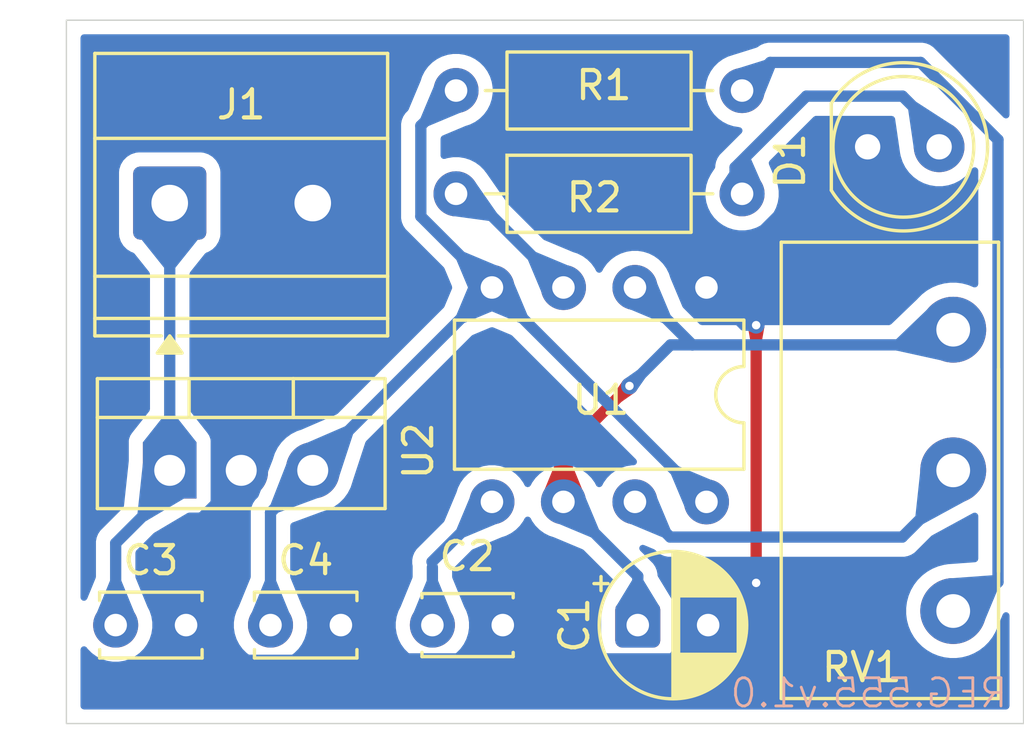
<source format=kicad_pcb>
(kicad_pcb (version 20241229) (generator "pcbnew") (generator_version "9.0")
  (title_block (title "555-Regulator-Timer") (date "12/27/2025") (company "Giovanna Lima Barrada") (comment 1 "@giovannabarrada"))
  (layers (0 "F.Cu" signal) (2 "B.Cu" signal) (13 "F.Paste" user) (15 "B.Paste" user) (5 "F.SilkS" user "F.Silkscreen") (7 "B.SilkS" user "B.Silkscreen") (1 "F.Mask" user) (3 "B.Mask" user) (25 "Edge.Cuts" user))
  (net 0 "")
  (net 1 "Net-(U1-CV)")
  (net 2 "GND")
  (net 3 "Net-(U1-THR)")
  (net 4 "+12V")
  (net 5 "+5V")
  (net 6 "Net-(D1-A)")
  (net 7 "Net-(R1-Pad1)")
  (net 8 "Net-(U1-Q)")
  (net 9 "Net-(U1-DIS)")
  (footprint "LED_THT:LED_D5.0mm" (layer "F.Cu") (at 164.46 95.5)
    (property "Reference" "D1" (at -2.75 0.5 90) (layer "F.SilkS"))
    (property "Value" "LED")
    (fp_line (start -1.29 -1.545) (end -1.29 1.545) (stroke (width 0.12)) (layer "F.SilkS"))
    (fp_arc (start -1.29 -1.54483) (mid 2.071779 -2.880495) (end 4.26 0) (stroke (width 0.12)) (layer "F.SilkS"))
    (fp_arc (start 4.26 0) (mid 2.071779 2.880495) (end -1.29 1.54483) (stroke (width 0.12)) (layer "F.SilkS"))
    (fp_circle (center 1.27 0) (end 3.77 0) (stroke (width 0.12)) (fill no) (layer "F.SilkS"))
    (pad "1" thru_hole rect (at 0 0) (size 1.8 1.8) (drill 0.9) (layers "*.Cu" "*.Mask") (net 2 "GND"))
    (pad "2" thru_hole circle (at 2.54 0) (size 1.8 1.8) (drill 0.9) (layers "*.Cu" "*.Mask") (net 6 "Net-(D1-A)"))
  )
  (footprint "Capacitor_THT:C_Disc_D3.0mm_W2.0mm_P2.50mm" (layer "F.Cu") (at 149 112.5)
    (property "Reference" "C2" (at 1.235 -2.445 0) (layer "F.SilkS"))
    (property "Value" "0.01uF")
    (fp_line (start -0.37 -1.12) (end 2.87 -1.12) (stroke (width 0.12)) (layer "F.SilkS"))
    (fp_line (start -0.37 -0.972) (end -0.37 -1.12) (stroke (width 0.12)) (layer "F.SilkS"))
    (fp_line (start -0.37 1.12) (end -0.37 0.972) (stroke (width 0.12)) (layer "F.SilkS"))
    (fp_line (start 2.87 -1.12) (end 2.87 -0.972) (stroke (width 0.12)) (layer "F.SilkS"))
    (fp_line (start 2.87 0.972) (end 2.87 1.12) (stroke (width 0.12)) (layer "F.SilkS"))
    (fp_line (start 2.87 1.12) (end -0.37 1.12) (stroke (width 0.12)) (layer "F.SilkS"))
    (pad "1" thru_hole circle (at 0 0) (size 1.6 1.6) (drill 0.8) (layers "*.Cu" "*.Mask") (net 1 "Net-(U1-CV)"))
    (pad "2" thru_hole circle (at 2.5 0) (size 1.6 1.6) (drill 0.8) (layers "*.Cu" "*.Mask") (net 2 "GND"))
  )
  (footprint "Package_DIP:DIP-8_W7.62mm" (layer "F.Cu") (at 158.735 100.5 -90)
    (property "Reference" "U1" (at 4 3.75 180) (layer "F.SilkS"))
    (property "Value" "NE555P")
    (fp_line (start 1.16 8.95) (end 6.46 8.95) (stroke (width 0.12)) (layer "F.SilkS"))
    (fp_line (start 6.46 8.95) (end 6.46 -1.33) (stroke (width 0.12)) (layer "F.SilkS"))
    (fp_line (start 1.16 -1.33) (end 1.16 8.95) (stroke (width 0.12)) (layer "F.SilkS"))
    (fp_line (start 2.81 -1.33) (end 1.16 -1.33) (stroke (width 0.12)) (layer "F.SilkS"))
    (fp_line (start 6.46 -1.33) (end 4.81 -1.33) (stroke (width 0.12)) (layer "F.SilkS"))
    (fp_arc (start 4.81 -1.33) (mid 3.81 -0.33) (end 2.81 -1.33) (stroke (width 0.12)) (layer "F.SilkS"))
    (pad "1" thru_hole roundrect (at 0 0 270) (size 1.6 1.6) (drill 0.8) (layers "*.Cu" "*.Mask") (roundrect_rratio 0.15625) (net 2 "GND"))
    (pad "2" thru_hole circle (at 0 2.54 270) (size 1.6 1.6) (drill 0.8) (layers "*.Cu" "*.Mask") (net 3 "Net-(U1-THR)"))
    (pad "3" thru_hole circle (at 0 5.08 270) (size 1.6 1.6) (drill 0.8) (layers "*.Cu" "*.Mask") (net 8 "Net-(U1-Q)"))
    (pad "4" thru_hole circle (at 0 7.62 270) (size 1.6 1.6) (drill 0.8) (layers "*.Cu" "*.Mask") (net 5 "+5V"))
    (pad "5" thru_hole circle (at 7.62 7.62 270) (size 1.6 1.6) (drill 0.8) (layers "*.Cu" "*.Mask") (net 1 "Net-(U1-CV)"))
    (pad "6" thru_hole circle (at 7.62 5.08 270) (size 1.6 1.6) (drill 0.8) (layers "*.Cu" "*.Mask") (net 3 "Net-(U1-THR)"))
    (pad "7" thru_hole circle (at 7.62 2.54 270) (size 1.6 1.6) (drill 0.8) (layers "*.Cu" "*.Mask") (net 9 "Net-(U1-DIS)"))
    (pad "8" thru_hole circle (at 7.62 0 270) (size 1.6 1.6) (drill 0.8) (layers "*.Cu" "*.Mask") (net 5 "+5V"))
  )
  (footprint "Library:potentiometer" (layer "F.Cu") (at 167.5 112)
    (property "Reference" "RV1" (at -3.25 2 0) (layer "F.SilkS"))
    (property "Value" "10kΩ")
    (fp_line (start -6.11 -13.11) (end 1.61 -13.11) (stroke (width 0.12)) (layer "F.SilkS"))
    (fp_line (start -6.11 3.11) (end -6.11 -13.11) (stroke (width 0.12)) (layer "F.SilkS"))
    (fp_line (start 1.61 -13.11) (end 1.61 3.11) (stroke (width 0.12)) (layer "F.SilkS"))
    (fp_line (start 1.61 -1.39) (end 1.61 -8.61) (stroke (width 0.12)) (layer "F.SilkS"))
    (fp_line (start 1.61 3.11) (end -6.11 3.11) (stroke (width 0.12)) (layer "F.SilkS"))
    (pad "1" thru_hole circle (at 0 0) (size 2.34 2.34) (drill 1.2) (layers "*.Cu" "*.Mask") (net 7 "Net-(R1-Pad1)"))
    (pad "2" thru_hole circle (at 0 -5) (size 2.34 2.34) (drill 1.2) (layers "*.Cu" "*.Mask") (net 9 "Net-(U1-DIS)"))
    (pad "3" thru_hole circle (at 0 -10) (size 2.34 2.34) (drill 1.2) (layers "*.Cu" "*.Mask") (net 3 "Net-(U1-THR)"))
  )
  (footprint "TerminalBlock_Phoenix:TerminalBlock_Phoenix_MKDS-1,5-2-5.08_1x02_P5.08mm_Horizontal" (layer "F.Cu") (at 139.67 97.5)
    (property "Reference" "J1" (at 2.54 -3.5 0) (layer "F.SilkS"))
    (property "Value" "Screw_Terminal_01x02")
    (fp_line (start -2.66 -5.32) (end 7.74 -5.32) (stroke (width 0.12)) (layer "F.SilkS"))
    (fp_line (start -2.66 -2.3) (end 7.74 -2.3) (stroke (width 0.12)) (layer "F.SilkS"))
    (fp_line (start -2.66 2.6) (end 7.74 2.6) (stroke (width 0.12)) (layer "F.SilkS"))
    (fp_line (start -2.66 4.1) (end 7.74 4.1) (stroke (width 0.12)) (layer "F.SilkS"))
    (fp_line (start -2.66 4.72) (end -2.66 -5.32) (stroke (width 0.12)) (layer "F.SilkS"))
    (fp_line (start -0.3 4.72) (end -2.66 4.72) (stroke (width 0.12)) (layer "F.SilkS"))
    (fp_line (start 7.74 -5.32) (end 7.74 4.72) (stroke (width 0.12)) (layer "F.SilkS"))
    (fp_line (start 7.74 4.72) (end 0.3 4.72) (stroke (width 0.12)) (layer "F.SilkS"))
    (fp_poly (pts (xy 0 4.72) (xy 0.44 5.33) (xy -0.44 5.33)) (stroke (width 0.12)) (fill yes) (layer "F.SilkS"))
    (pad "1" thru_hole roundrect (at 0 0) (size 2.6 2.6) (drill 1.3) (layers "*.Cu" "*.Mask") (roundrect_rratio 0.096154) (net 4 "+12V"))
    (pad "2" thru_hole circle (at 5.08 0) (size 2.6 2.6) (drill 1.3) (layers "*.Cu" "*.Mask") (net 2 "GND"))
  )
  (footprint "Capacitor_THT:CP_Radial_D5.0mm_P2.50mm" (layer "F.Cu") (at 156.294888 112.5)
    (property "Reference" "C1" (at -2.25 0 90) (layer "F.SilkS"))
    (property "Value" "100uF")
    (fp_line (start -1.554775 -1.475) (end -1.054775 -1.475) (stroke (width 0.12)) (layer "F.SilkS"))
    (fp_line (start -1.304775 -1.725) (end -1.304775 -1.225) (stroke (width 0.12)) (layer "F.SilkS"))
    (fp_line (start 1.25 -2.58) (end 1.25 2.58) (stroke (width 0.12)) (layer "F.SilkS"))
    (fp_line (start 1.29 -2.58) (end 1.29 2.58) (stroke (width 0.12)) (layer "F.SilkS"))
    (fp_line (start 1.33 -2.579) (end 1.33 2.579) (stroke (width 0.12)) (layer "F.SilkS"))
    (fp_line (start 1.37 -2.577) (end 1.37 2.577) (stroke (width 0.12)) (layer "F.SilkS"))
    (fp_line (start 1.41 -2.575) (end 1.41 2.575) (stroke (width 0.12)) (layer "F.SilkS"))
    (fp_line (start 1.45 -2.572) (end 1.45 2.572) (stroke (width 0.12)) (layer "F.SilkS"))
    (fp_line (start 1.49 -2.569) (end 1.49 -1.04) (stroke (width 0.12)) (layer "F.SilkS"))
    (fp_line (start 1.49 1.04) (end 1.49 2.569) (stroke (width 0.12)) (layer "F.SilkS"))
    (fp_line (start 1.53 -2.565) (end 1.53 -1.04) (stroke (width 0.12)) (layer "F.SilkS"))
    (fp_line (start 1.53 1.04) (end 1.53 2.565) (stroke (width 0.12)) (layer "F.SilkS"))
    (fp_line (start 1.57 -2.56) (end 1.57 -1.04) (stroke (width 0.12)) (layer "F.SilkS"))
    (fp_line (start 1.57 1.04) (end 1.57 2.56) (stroke (width 0.12)) (layer "F.SilkS"))
    (fp_line (start 1.61 -2.555) (end 1.61 -1.04) (stroke (width 0.12)) (layer "F.SilkS"))
    (fp_line (start 1.61 1.04) (end 1.61 2.555) (stroke (width 0.12)) (layer "F.SilkS"))
    (fp_line (start 1.65 -2.549) (end 1.65 -1.04) (stroke (width 0.12)) (layer "F.SilkS"))
    (fp_line (start 1.65 1.04) (end 1.65 2.549) (stroke (width 0.12)) (layer "F.SilkS"))
    (fp_line (start 1.69 -2.543) (end 1.69 -1.04) (stroke (width 0.12)) (layer "F.SilkS"))
    (fp_line (start 1.69 1.04) (end 1.69 2.543) (stroke (width 0.12)) (layer "F.SilkS"))
    (fp_line (start 1.73 -2.536) (end 1.73 -1.04) (stroke (width 0.12)) (layer "F.SilkS"))
    (fp_line (start 1.73 1.04) (end 1.73 2.536) (stroke (width 0.12)) (layer "F.SilkS"))
    (fp_line (start 1.77 -2.528) (end 1.77 -1.04) (stroke (width 0.12)) (layer "F.SilkS"))
    (fp_line (start 1.77 1.04) (end 1.77 2.528) (stroke (width 0.12)) (layer "F.SilkS"))
    (fp_line (start 1.81 -2.519) (end 1.81 -1.04) (stroke (width 0.12)) (layer "F.SilkS"))
    (fp_line (start 1.81 1.04) (end 1.81 2.519) (stroke (width 0.12)) (layer "F.SilkS"))
    (fp_line (start 1.85 -2.51) (end 1.85 -1.04) (stroke (width 0.12)) (layer "F.SilkS"))
    (fp_line (start 1.85 1.04) (end 1.85 2.51) (stroke (width 0.12)) (layer "F.SilkS"))
    (fp_line (start 1.89 -2.501) (end 1.89 -1.04) (stroke (width 0.12)) (layer "F.SilkS"))
    (fp_line (start 1.89 1.04) (end 1.89 2.501) (stroke (width 0.12)) (layer "F.SilkS"))
    (fp_line (start 1.93 -2.49) (end 1.93 -1.04) (stroke (width 0.12)) (layer "F.SilkS"))
    (fp_line (start 1.93 1.04) (end 1.93 2.49) (stroke (width 0.12)) (layer "F.SilkS"))
    (fp_line (start 1.97 -2.479) (end 1.97 -1.04) (stroke (width 0.12)) (layer "F.SilkS"))
    (fp_line (start 1.97 1.04) (end 1.97 2.479) (stroke (width 0.12)) (layer "F.SilkS"))
    (fp_line (start 2.01 -2.467) (end 2.01 -1.04) (stroke (width 0.12)) (layer "F.SilkS"))
    (fp_line (start 2.01 1.04) (end 2.01 2.467) (stroke (width 0.12)) (layer "F.SilkS"))
    (fp_line (start 2.05 -2.455) (end 2.05 -1.04) (stroke (width 0.12)) (layer "F.SilkS"))
    (fp_line (start 2.05 1.04) (end 2.05 2.455) (stroke (width 0.12)) (layer "F.SilkS"))
    (fp_line (start 2.09 -2.442) (end 2.09 -1.04) (stroke (width 0.12)) (layer "F.SilkS"))
    (fp_line (start 2.09 1.04) (end 2.09 2.442) (stroke (width 0.12)) (layer "F.SilkS"))
    (fp_line (start 2.13 -2.428) (end 2.13 -1.04) (stroke (width 0.12)) (layer "F.SilkS"))
    (fp_line (start 2.13 1.04) (end 2.13 2.428) (stroke (width 0.12)) (layer "F.SilkS"))
    (fp_line (start 2.17 -2.413) (end 2.17 -1.04) (stroke (width 0.12)) (layer "F.SilkS"))
    (fp_line (start 2.17 1.04) (end 2.17 2.413) (stroke (width 0.12)) (layer "F.SilkS"))
    (fp_line (start 2.21 -2.398) (end 2.21 -1.04) (stroke (width 0.12)) (layer "F.SilkS"))
    (fp_line (start 2.21 1.04) (end 2.21 2.398) (stroke (width 0.12)) (layer "F.SilkS"))
    (fp_line (start 2.25 -2.382) (end 2.25 -1.04) (stroke (width 0.12)) (layer "F.SilkS"))
    (fp_line (start 2.25 1.04) (end 2.25 2.382) (stroke (width 0.12)) (layer "F.SilkS"))
    (fp_line (start 2.29 -2.365) (end 2.29 -1.04) (stroke (width 0.12)) (layer "F.SilkS"))
    (fp_line (start 2.29 1.04) (end 2.29 2.365) (stroke (width 0.12)) (layer "F.SilkS"))
    (fp_line (start 2.33 -2.347) (end 2.33 -1.04) (stroke (width 0.12)) (layer "F.SilkS"))
    (fp_line (start 2.33 1.04) (end 2.33 2.347) (stroke (width 0.12)) (layer "F.SilkS"))
    (fp_line (start 2.37 -2.329) (end 2.37 -1.04) (stroke (width 0.12)) (layer "F.SilkS"))
    (fp_line (start 2.37 1.04) (end 2.37 2.329) (stroke (width 0.12)) (layer "F.SilkS"))
    (fp_line (start 2.41 -2.309) (end 2.41 -1.04) (stroke (width 0.12)) (layer "F.SilkS"))
    (fp_line (start 2.41 1.04) (end 2.41 2.309) (stroke (width 0.12)) (layer "F.SilkS"))
    (fp_line (start 2.45 -2.289) (end 2.45 -1.04) (stroke (width 0.12)) (layer "F.SilkS"))
    (fp_line (start 2.45 1.04) (end 2.45 2.289) (stroke (width 0.12)) (layer "F.SilkS"))
    (fp_line (start 2.49 -2.268) (end 2.49 -1.04) (stroke (width 0.12)) (layer "F.SilkS"))
    (fp_line (start 2.49 1.04) (end 2.49 2.268) (stroke (width 0.12)) (layer "F.SilkS"))
    (fp_line (start 2.53 -2.246) (end 2.53 -1.04) (stroke (width 0.12)) (layer "F.SilkS"))
    (fp_line (start 2.53 1.04) (end 2.53 2.246) (stroke (width 0.12)) (layer "F.SilkS"))
    (fp_line (start 2.57 -2.223) (end 2.57 -1.04) (stroke (width 0.12)) (layer "F.SilkS"))
    (fp_line (start 2.57 1.04) (end 2.57 2.223) (stroke (width 0.12)) (layer "F.SilkS"))
    (fp_line (start 2.61 -2.199) (end 2.61 -1.04) (stroke (width 0.12)) (layer "F.SilkS"))
    (fp_line (start 2.61 1.04) (end 2.61 2.199) (stroke (width 0.12)) (layer "F.SilkS"))
    (fp_line (start 2.65 -2.175) (end 2.65 -1.04) (stroke (width 0.12)) (layer "F.SilkS"))
    (fp_line (start 2.65 1.04) (end 2.65 2.175) (stroke (width 0.12)) (layer "F.SilkS"))
    (fp_line (start 2.69 -2.149) (end 2.69 -1.04) (stroke (width 0.12)) (layer "F.SilkS"))
    (fp_line (start 2.69 1.04) (end 2.69 2.149) (stroke (width 0.12)) (layer "F.SilkS"))
    (fp_line (start 2.73 -2.122) (end 2.73 -1.04) (stroke (width 0.12)) (layer "F.SilkS"))
    (fp_line (start 2.73 1.04) (end 2.73 2.122) (stroke (width 0.12)) (layer "F.SilkS"))
    (fp_line (start 2.77 -2.094) (end 2.77 -1.04) (stroke (width 0.12)) (layer "F.SilkS"))
    (fp_line (start 2.77 1.04) (end 2.77 2.094) (stroke (width 0.12)) (layer "F.SilkS"))
    (fp_line (start 2.81 -2.065) (end 2.81 -1.04) (stroke (width 0.12)) (layer "F.SilkS"))
    (fp_line (start 2.81 1.04) (end 2.81 2.065) (stroke (width 0.12)) (layer "F.SilkS"))
    (fp_line (start 2.85 -2.035) (end 2.85 -1.04) (stroke (width 0.12)) (layer "F.SilkS"))
    (fp_line (start 2.85 1.04) (end 2.85 2.035) (stroke (width 0.12)) (layer "F.SilkS"))
    (fp_line (start 2.89 -2.003) (end 2.89 -1.04) (stroke (width 0.12)) (layer "F.SilkS"))
    (fp_line (start 2.89 1.04) (end 2.89 2.003) (stroke (width 0.12)) (layer "F.SilkS"))
    (fp_line (start 2.93 -1.97) (end 2.93 -1.04) (stroke (width 0.12)) (layer "F.SilkS"))
    (fp_line (start 2.93 1.04) (end 2.93 1.97) (stroke (width 0.12)) (layer "F.SilkS"))
    (fp_line (start 2.97 -1.936) (end 2.97 -1.04) (stroke (width 0.12)) (layer "F.SilkS"))
    (fp_line (start 2.97 1.04) (end 2.97 1.936) (stroke (width 0.12)) (layer "F.SilkS"))
    (fp_line (start 3.01 -1.901) (end 3.01 -1.04) (stroke (width 0.12)) (layer "F.SilkS"))
    (fp_line (start 3.01 1.04) (end 3.01 1.901) (stroke (width 0.12)) (layer "F.SilkS"))
    (fp_line (start 3.05 -1.864) (end 3.05 -1.04) (stroke (width 0.12)) (layer "F.SilkS"))
    (fp_line (start 3.05 1.04) (end 3.05 1.864) (stroke (width 0.12)) (layer "F.SilkS"))
    (fp_line (start 3.09 -1.825) (end 3.09 -1.04) (stroke (width 0.12)) (layer "F.SilkS"))
    (fp_line (start 3.09 1.04) (end 3.09 1.825) (stroke (width 0.12)) (layer "F.SilkS"))
    (fp_line (start 3.13 -1.785) (end 3.13 -1.04) (stroke (width 0.12)) (layer "F.SilkS"))
    (fp_line (start 3.13 1.04) (end 3.13 1.785) (stroke (width 0.12)) (layer "F.SilkS"))
    (fp_line (start 3.17 -1.743) (end 3.17 -1.04) (stroke (width 0.12)) (layer "F.SilkS"))
    (fp_line (start 3.17 1.04) (end 3.17 1.743) (stroke (width 0.12)) (layer "F.SilkS"))
    (fp_line (start 3.21 -1.699) (end 3.21 -1.04) (stroke (width 0.12)) (layer "F.SilkS"))
    (fp_line (start 3.21 1.04) (end 3.21 1.699) (stroke (width 0.12)) (layer "F.SilkS"))
    (fp_line (start 3.25 -1.652) (end 3.25 -1.04) (stroke (width 0.12)) (layer "F.SilkS"))
    (fp_line (start 3.25 1.04) (end 3.25 1.652) (stroke (width 0.12)) (layer "F.SilkS"))
    (fp_line (start 3.29 -1.604) (end 3.29 -1.04) (stroke (width 0.12)) (layer "F.SilkS"))
    (fp_line (start 3.29 1.04) (end 3.29 1.604) (stroke (width 0.12)) (layer "F.SilkS"))
    (fp_line (start 3.33 -1.553) (end 3.33 -1.04) (stroke (width 0.12)) (layer "F.SilkS"))
    (fp_line (start 3.33 1.04) (end 3.33 1.553) (stroke (width 0.12)) (layer "F.SilkS"))
    (fp_line (start 3.37 -1.499) (end 3.37 -1.04) (stroke (width 0.12)) (layer "F.SilkS"))
    (fp_line (start 3.37 1.04) (end 3.37 1.499) (stroke (width 0.12)) (layer "F.SilkS"))
    (fp_line (start 3.41 -1.443) (end 3.41 -1.04) (stroke (width 0.12)) (layer "F.SilkS"))
    (fp_line (start 3.41 1.04) (end 3.41 1.443) (stroke (width 0.12)) (layer "F.SilkS"))
    (fp_line (start 3.45 -1.383) (end 3.45 -1.04) (stroke (width 0.12)) (layer "F.SilkS"))
    (fp_line (start 3.45 1.04) (end 3.45 1.383) (stroke (width 0.12)) (layer "F.SilkS"))
    (fp_line (start 3.49 -1.319) (end 3.49 -1.04) (stroke (width 0.12)) (layer "F.SilkS"))
    (fp_line (start 3.49 1.04) (end 3.49 1.319) (stroke (width 0.12)) (layer "F.SilkS"))
    (fp_line (start 3.53 -1.251) (end 3.53 -1.04) (stroke (width 0.12)) (layer "F.SilkS"))
    (fp_line (start 3.53 1.04) (end 3.53 1.251) (stroke (width 0.12)) (layer "F.SilkS"))
    (fp_line (start 3.57 -1.177) (end 3.57 1.177) (stroke (width 0.12)) (layer "F.SilkS"))
    (fp_line (start 3.61 -1.098) (end 3.61 1.098) (stroke (width 0.12)) (layer "F.SilkS"))
    (fp_line (start 3.65 -1.011) (end 3.65 1.011) (stroke (width 0.12)) (layer "F.SilkS"))
    (fp_line (start 3.69 -0.914) (end 3.69 0.914) (stroke (width 0.12)) (layer "F.SilkS"))
    (fp_line (start 3.73 -0.805) (end 3.73 0.805) (stroke (width 0.12)) (layer "F.SilkS"))
    (fp_line (start 3.77 -0.677) (end 3.77 0.677) (stroke (width 0.12)) (layer "F.SilkS"))
    (fp_line (start 3.81 -0.517) (end 3.81 0.517) (stroke (width 0.12)) (layer "F.SilkS"))
    (fp_line (start 3.85 -0.283) (end 3.85 0.283) (stroke (width 0.12)) (layer "F.SilkS"))
    (fp_circle (center 1.25 0) (end 3.87 0) (stroke (width 0.12)) (fill no) (layer "F.SilkS"))
    (pad "1" thru_hole roundrect (at 0 0) (size 1.6 1.6) (drill 0.8) (layers "*.Cu" "*.Mask") (roundrect_rratio 0.15625) (net 3 "Net-(U1-THR)"))
    (pad "2" thru_hole circle (at 2.5 0) (size 1.6 1.6) (drill 0.8) (layers "*.Cu" "*.Mask") (net 2 "GND"))
  )
  (footprint "Capacitor_THT:C_Disc_D3.4mm_W2.1mm_P2.50mm" (layer "F.Cu") (at 143.25 112.5)
    (property "Reference" "C4" (at 1.25 -2.3 0) (layer "F.SilkS"))
    (property "Value" "0.1uF")
    (fp_line (start -0.57 -1.17) (end 3.07 -1.17) (stroke (width 0.12)) (layer "F.SilkS"))
    (fp_line (start -0.57 -0.87) (end -0.57 -1.17) (stroke (width 0.12)) (layer "F.SilkS"))
    (fp_line (start -0.57 1.17) (end -0.57 0.87) (stroke (width 0.12)) (layer "F.SilkS"))
    (fp_line (start 3.07 -1.17) (end 3.07 -0.87) (stroke (width 0.12)) (layer "F.SilkS"))
    (fp_line (start 3.07 0.87) (end 3.07 1.17) (stroke (width 0.12)) (layer "F.SilkS"))
    (fp_line (start 3.07 1.17) (end -0.57 1.17) (stroke (width 0.12)) (layer "F.SilkS"))
    (pad "1" thru_hole circle (at 0 0) (size 1.6 1.6) (drill 0.8) (layers "*.Cu" "*.Mask") (net 5 "+5V"))
    (pad "2" thru_hole circle (at 2.5 0) (size 1.6 1.6) (drill 0.8) (layers "*.Cu" "*.Mask") (net 2 "GND"))
  )
  (footprint "Resistor_THT:R_Axial_DIN0207_L6.3mm_D2.5mm_P10.16mm_Horizontal" (layer "F.Cu") (at 160 93.5 180)
    (property "Reference" "R1" (at 4.91 0.185 0) (layer "F.SilkS"))
    (property "Value" "1kΩ")
    (fp_line (start 9.12 0) (end 8.35 0) (stroke (width 0.12)) (layer "F.SilkS"))
    (fp_line (start 1.04 0) (end 1.81 0) (stroke (width 0.12)) (layer "F.SilkS"))
    (fp_rect (start 1.81 -1.37) (end 8.35 1.37) (stroke (width 0.12)) (fill no) (layer "F.SilkS"))
    (pad "1" thru_hole circle (at 0 0 180) (size 1.6 1.6) (drill 0.8) (layers "*.Cu" "*.Mask") (net 7 "Net-(R1-Pad1)"))
    (pad "2" thru_hole circle (at 10.16 0 180) (size 1.6 1.6) (drill 0.8) (layers "*.Cu" "*.Mask") (net 5 "+5V"))
  )
  (footprint "Package_TO_SOT_THT:TO-220-3_Vertical" (layer "F.Cu") (at 139.67 107)
    (property "Reference" "U2" (at 8.83 -0.695 90) (layer "F.SilkS"))
    (property "Value" "LM7805_TO220")
    (fp_line (start -2.57 -3.26) (end 7.65 -3.26) (stroke (width 0.12)) (layer "F.SilkS"))
    (fp_line (start -2.57 -1.88) (end 7.65 -1.88) (stroke (width 0.12)) (layer "F.SilkS"))
    (fp_line (start -2.57 1.36) (end -2.57 -3.26) (stroke (width 0.12)) (layer "F.SilkS"))
    (fp_line (start 0.69 -3.26) (end 0.69 -1.88) (stroke (width 0.12)) (layer "F.SilkS"))
    (fp_line (start 4.39 -3.26) (end 4.39 -1.88) (stroke (width 0.12)) (layer "F.SilkS"))
    (fp_line (start 7.65 -3.26) (end 7.65 1.36) (stroke (width 0.12)) (layer "F.SilkS"))
    (fp_line (start 7.65 1.36) (end -2.57 1.36) (stroke (width 0.12)) (layer "F.SilkS"))
    (pad "1" thru_hole rect (at 0 0) (size 1.905 2) (drill 1.1) (layers "*.Cu" "*.Mask") (net 4 "+12V"))
    (pad "2" thru_hole oval (at 2.54 0) (size 1.905 2) (drill 1.1) (layers "*.Cu" "*.Mask") (net 2 "GND"))
    (pad "3" thru_hole oval (at 5.08 0) (size 1.905 2) (drill 1.1) (layers "*.Cu" "*.Mask") (net 5 "+5V"))
  )
  (footprint "Resistor_THT:R_Axial_DIN0207_L6.3mm_D2.5mm_P10.16mm_Horizontal" (layer "F.Cu") (at 149.84 97.17)
    (property "Reference" "R2" (at 4.91 0.135 0) (layer "F.SilkS"))
    (property "Value" "330Ω")
    (fp_line (start 1.04 0) (end 1.81 0) (stroke (width 0.12)) (layer "F.SilkS"))
    (fp_line (start 9.12 0) (end 8.35 0) (stroke (width 0.12)) (layer "F.SilkS"))
    (fp_rect (start 1.81 -1.37) (end 8.35 1.37) (stroke (width 0.12)) (fill no) (layer "F.SilkS"))
    (pad "1" thru_hole circle (at 0 0) (size 1.6 1.6) (drill 0.8) (layers "*.Cu" "*.Mask") (net 8 "Net-(U1-Q)"))
    (pad "2" thru_hole circle (at 10.16 0) (size 1.6 1.6) (drill 0.8) (layers "*.Cu" "*.Mask") (net 6 "Net-(D1-A)"))
  )
  (footprint "Capacitor_THT:C_Disc_D3.4mm_W2.1mm_P2.50mm" (layer "F.Cu") (at 137.75 112.5)
    (property "Reference" "C3" (at 1.25 -2.3 0) (layer "F.SilkS"))
    (property "Value" "0.33uF")
    (fp_line (start -0.57 -1.17) (end 3.07 -1.17) (stroke (width 0.12)) (layer "F.SilkS"))
    (fp_line (start -0.57 -0.87) (end -0.57 -1.17) (stroke (width 0.12)) (layer "F.SilkS"))
    (fp_line (start -0.57 1.17) (end -0.57 0.87) (stroke (width 0.12)) (layer "F.SilkS"))
    (fp_line (start 3.07 -1.17) (end 3.07 -0.87) (stroke (width 0.12)) (layer "F.SilkS"))
    (fp_line (start 3.07 0.87) (end 3.07 1.17) (stroke (width 0.12)) (layer "F.SilkS"))
    (fp_line (start 3.07 1.17) (end -0.57 1.17) (stroke (width 0.12)) (layer "F.SilkS"))
    (pad "1" thru_hole circle (at 0 0) (size 1.6 1.6) (drill 0.8) (layers "*.Cu" "*.Mask") (net 4 "+12V"))
    (pad "2" thru_hole circle (at 2.5 0) (size 1.6 1.6) (drill 0.8) (layers "*.Cu" "*.Mask") (net 2 "GND"))
  )
  (gr_rect (start 136 91) (end 170 116) (stroke (width 0.05)) (fill no) (layer "Edge.Cuts"))
  (gr_text "REG.555.v1.0" (at 169.5 115.5 0) (layer "B.SilkS") (effects (font (size 1 1) (thickness 0.1)) (justify left bottom mirror)))
  (segment (start 148.985 110.25) (end 151.115 108.12) (width 0.4) (layer "B.Cu") (net 1))
  (segment (start 149 112.5) (end 149 110.445) (width 0.4) (layer "B.Cu") (net 1))
  (segment (start 160.5 111) (end 160.5 101.84) (width 0.4) (layer "F.Cu") (net 2))
  (via (at 160.5 101.84) (size 0.6) (drill 0.3) (layers "F.Cu" "B.Cu") (net 2))
  (via (at 160.5 111) (size 0.6) (drill 0.3) (layers "F.Cu" "B.Cu") (net 2))
  (segment (start 145.75 112.5) (end 144.499 113.751) (width 0.4) (layer "B.Cu") (net 2))
  (segment (start 144.75 97.5) (end 142.21 100.04) (width 0.4) (layer "B.Cu") (net 2))
  (segment (start 151.5 112.5) (end 150.299 113.701) (width 0.4) (layer "B.Cu") (net 2))
  (segment (start 142.21 107.29) (end 140.25 109.25) (width 0.4) (layer "B.Cu") (net 2))
  (segment (start 158.794888 112.5) (end 159 112.5) (width 0.4) (layer "B.Cu") (net 2))
  (segment (start 164.43 94.805) (end 158.735 100.5) (width 0.4) (layer "B.Cu") (net 2))
  (segment (start 140.25 109.25) (end 140.25 112.5) (width 0.4) (layer "B.Cu") (net 2))
  (segment (start 159 112.5) (end 160.5 111) (width 0.4) (layer "B.Cu") (net 2))
  (segment (start 164.46 95) (end 164.445 95) (width 0.4) (layer "B.Cu") (net 2))
  (segment (start 158.794888 112.5) (end 157.593888 113.701) (width 0.4) (layer "B.Cu") (net 2))
  (segment (start 160.075 101.84) (end 158.735 100.5) (width 0.4) (layer "B.Cu") (net 2))
  (segment (start 142.21 107) (end 142.21 107.29) (width 0.4) (layer "B.Cu") (net 2))
  (segment (start 150.299 113.701) (end 146.951 113.701) (width 0.4) (layer "B.Cu") (net 2))
  (segment (start 142.21 100.04) (end 142.21 107) (width 0.4) (layer "B.Cu") (net 2))
  (segment (start 160.5 101.84) (end 160.075 101.84) (width 0.4) (layer "B.Cu") (net 2))
  (segment (start 146.951 113.701) (end 145.75 112.5) (width 0.4) (layer "B.Cu") (net 2))
  (segment (start 141.501 113.751) (end 140.25 112.5) (width 0.4) (layer "B.Cu") (net 2))
  (segment (start 144.499 113.751) (end 141.501 113.751) (width 0.4) (layer "B.Cu") (net 2))
  (segment (start 157.593888 113.701) (end 152.701 113.701) (width 0.4) (layer "B.Cu") (net 2))
  (segment (start 152.701 113.701) (end 151.5 112.5) (width 0.4) (layer "B.Cu") (net 2))
  (segment (start 158.809888 112.695) (end 159.059888 112.695) (width 0.4) (layer "B.Cu") (net 2))
  (segment (start 153.655 106.345) (end 156 104) (width 0.4) (layer "F.Cu") (net 3))
  (segment (start 153.655 108.12) (end 153.655 106.345) (width 0.4) (layer "F.Cu") (net 3))
  (via (at 156 104) (size 0.6) (drill 0.3) (layers "F.Cu" "B.Cu") (net 3))
  (segment (start 158.235 102.54) (end 156.195 100.5) (width 0.4) (layer "B.Cu") (net 3))
  (segment (start 156 100.695) (end 156.195 100.5) (width 0.4) (layer "B.Cu") (net 3))
  (segment (start 156 104) (end 157.46 102.54) (width 0.4) (layer "B.Cu") (net 3))
  (segment (start 156.294888 110.759888) (end 153.655 108.12) (width 0.4) (layer "B.Cu") (net 3))
  (segment (start 156.294888 112.5) (end 156.294888 110.759888) (width 0.4) (layer "B.Cu") (net 3))
  (segment (start 157.46 102.54) (end 158.235 102.54) (width 0.4) (layer "B.Cu") (net 3))
  (segment (start 167.52 102.54) (end 158.235 102.54) (width 0.4) (layer "B.Cu") (net 3))
  (segment (start 137.75 109.59) (end 137.75 112.5) (width 0.4) (layer "B.Cu") (net 4))
  (segment (start 139.67 107) (end 139.67 107.67) (width 0.4) (layer "B.Cu") (net 4))
  (segment (start 139.67 107.67) (end 137.75 109.59) (width 0.4) (layer "B.Cu") (net 4))
  (segment (start 139.67 97.5) (end 139.67 107) (width 0.4) (layer "B.Cu") (net 4))
  (segment (start 148.589 97.974) (end 151.115 100.5) (width 0.4) (layer "B.Cu") (net 5))
  (segment (start 143.25 112.5) (end 143.25 108.5) (width 0.4) (layer "B.Cu") (net 5))
  (segment (start 143.25 108.5) (end 144.75 107) (width 0.4) (layer "B.Cu") (net 5))
  (segment (start 144.81 106.805) (end 151.115 100.5) (width 0.4) (layer "B.Cu") (net 5))
  (segment (start 151.115 100.5) (end 158.735 108.12) (width 0.4) (layer "B.Cu") (net 5))
  (segment (start 144.75 107) (end 144.825 107) (width 0.4) (layer "B.Cu") (net 5))
  (segment (start 149.84 93.5) (end 148.589 94.751) (width 0.4) (layer "B.Cu") (net 5))
  (segment (start 148.589 94.751) (end 148.589 97.974) (width 0.4) (layer "B.Cu") (net 5))
  (segment (start 165.699 93.699) (end 162.28463 93.699) (width 0.4) (layer "B.Cu") (net 6))
  (segment (start 159.75 96.23363) (end 159.75 97.365) (width 0.4) (layer "B.Cu") (net 6))
  (segment (start 167 95) (end 165.699 93.699) (width 0.4) (layer "B.Cu") (net 6))
  (segment (start 162.28463 93.699) (end 159.75 96.23363) (width 0.4) (layer "B.Cu") (net 6))
  (segment (start 166.339892 92.5) (end 161 92.5) (width 0.4) (layer "B.Cu") (net 7))
  (segment (start 161 92.5) (end 160 93.5) (width 0.4) (layer "B.Cu") (net 7))
  (segment (start 169.091 110.969) (end 169.091 95.251108) (width 0.4) (layer "B.Cu") (net 7))
  (segment (start 167.52 112.54) (end 169.091 110.969) (width 0.4) (layer "B.Cu") (net 7))
  (segment (start 169.091 95.251108) (end 166.339892 92.5) (width 0.4) (layer "B.Cu") (net 7))
  (segment (start 150.34 97.365) (end 149.84 97.365) (width 0.4) (layer "B.Cu") (net 8))
  (segment (start 153.655 100.5) (end 150.325 97.17) (width 0.4) (layer "B.Cu") (net 8))
  (segment (start 167.52 107.54) (end 165.689 109.371) (width 0.4) (layer "B.Cu") (net 9))
  (segment (start 157.446 109.371) (end 156.195 108.12) (width 0.4) (layer "B.Cu") (net 9))
  (segment (start 165.689 109.371) (end 157.446 109.371) (width 0.4) (layer "B.Cu") (net 9))
  (zone (net 2) (net_name "GND") (layer "B.Cu") (connect_pads yes (clearance 0.5)) (min_thickness 0.25) (fill yes (thermal_gap 0.5) (thermal_bridge_width 0.5))
    (polygon (pts (xy 136 91) (xy 136 116) (xy 170 116) (xy 170 91) (xy 168.5 91)))
  )
)
</source>
